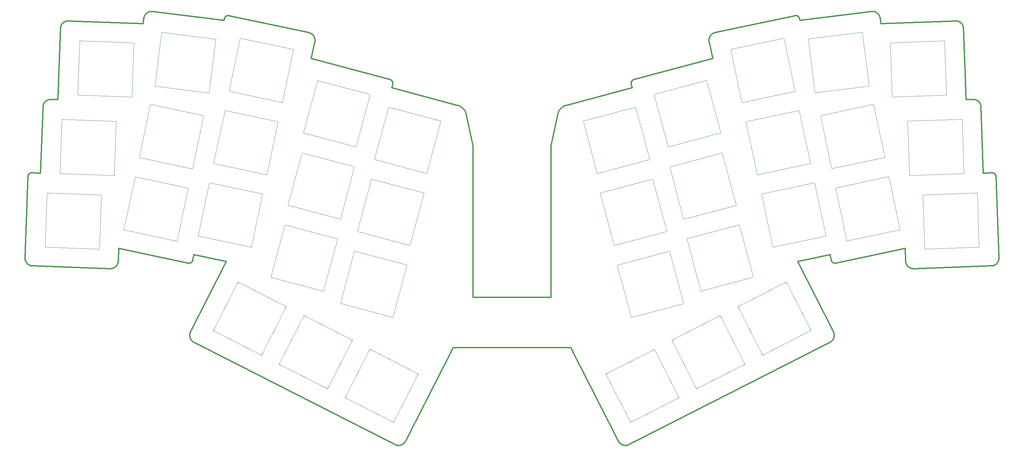
<source format=gto>
%TF.GenerationSoftware,KiCad,Pcbnew,(6.0.6)*%
%TF.CreationDate,2022-07-30T19:54:07+09:00*%
%TF.ProjectId,nowt36_top_plate,6e6f7774-3336-45f7-946f-705f706c6174,rev?*%
%TF.SameCoordinates,Original*%
%TF.FileFunction,Legend,Top*%
%TF.FilePolarity,Positive*%
%FSLAX46Y46*%
G04 Gerber Fmt 4.6, Leading zero omitted, Abs format (unit mm)*
G04 Created by KiCad (PCBNEW (6.0.6)) date 2022-07-30 19:54:07*
%MOMM*%
%LPD*%
G01*
G04 APERTURE LIST*
%TA.AperFunction,Profile*%
%ADD10C,0.349999*%
%TD*%
%TA.AperFunction,Profile*%
%ADD11C,0.120000*%
%TD*%
%ADD12C,0.350000*%
%ADD13C,2.200000*%
%ADD14C,4.300000*%
G04 APERTURE END LIST*
D10*
X231725116Y-33993476D02*
X231698161Y-33952779D01*
X34443311Y-98047982D02*
X34443311Y-98047982D01*
X231381600Y-33661253D02*
X231339574Y-33638053D01*
X282189087Y-74364459D02*
X282156413Y-74329296D01*
X56504308Y-96817078D02*
X56619009Y-93530003D01*
X74573737Y-97341395D02*
X74622764Y-97345614D01*
X32676057Y-96840127D02*
X32716838Y-96928823D01*
X43116816Y-34965076D02*
X43023111Y-34992477D01*
X281740706Y-97967544D02*
X281834611Y-97937295D01*
X278466334Y-56488066D02*
X278432453Y-56396511D01*
X33982693Y-74062248D02*
X33935715Y-74076345D01*
X282869975Y-97108798D02*
X282919131Y-97025888D01*
X277365101Y-55299160D02*
X277274570Y-55262777D01*
X106766270Y-38698897D02*
X106706475Y-38620279D01*
X63831356Y-32887059D02*
X63757163Y-32947929D01*
X106822347Y-38780734D02*
X106766270Y-38698897D01*
X281656130Y-74050443D02*
X281607395Y-74040969D01*
X33935715Y-74076345D02*
X33889713Y-74092659D01*
X231946127Y-34741396D02*
X231946127Y-34741396D01*
X106433034Y-38339988D02*
X106356841Y-38278964D01*
X62911741Y-35569906D02*
X43701223Y-34899060D01*
X33637830Y-74233739D02*
X33600478Y-74263886D01*
X43405264Y-34910611D02*
X43308058Y-34924081D01*
X42930907Y-35024397D02*
X42840368Y-35060775D01*
X273875105Y-36068436D02*
X273832491Y-35980669D01*
X278009069Y-55742852D02*
X277938207Y-55673415D01*
X63988054Y-32776246D02*
X63908366Y-32829795D01*
X281456763Y-74027190D02*
X281405294Y-74027680D01*
X188519844Y-51139539D02*
X188529052Y-51188061D01*
X126708547Y-50128505D02*
X126666448Y-50103697D01*
X56619009Y-93530003D02*
X74476041Y-97325631D01*
X239720296Y-95124176D02*
X240024496Y-96555397D01*
X185972710Y-143999883D02*
X186056876Y-144049890D01*
X84966117Y-33537519D02*
X84915641Y-33530739D01*
X33256028Y-74890189D02*
X33250399Y-74940802D01*
X170719309Y-57206315D02*
X170565305Y-57337723D01*
X260301739Y-98543597D02*
X260390446Y-98584370D01*
X75508086Y-96913882D02*
X75534728Y-96873017D01*
X55020000Y-98680000D02*
X55113695Y-98652592D01*
X240668953Y-115207669D02*
X240629723Y-115113666D01*
X129448191Y-144140040D02*
X129535397Y-144099693D01*
X188576253Y-50610808D02*
X188559390Y-50656882D01*
X274695547Y-55200585D02*
X274053976Y-36828042D01*
X240597126Y-116813485D02*
X240637489Y-116726282D01*
X105560796Y-37913728D02*
X85016721Y-33546943D01*
X74476041Y-97325631D02*
X74476041Y-97325631D01*
X41900691Y-35894960D02*
X41853815Y-35980598D01*
X188774969Y-52110541D02*
X188774969Y-52110541D01*
X208549603Y-39685414D02*
X208542973Y-39783850D01*
X74929389Y-116355782D02*
X74952859Y-116451727D01*
X55471812Y-98498393D02*
X55556345Y-98449012D01*
X277625036Y-55434430D02*
X277540500Y-55385049D01*
X33264127Y-74840400D02*
X33256028Y-74890189D01*
X278198471Y-55969138D02*
X278139274Y-55890875D01*
X64609077Y-32514634D02*
X64514567Y-32539110D01*
X210125768Y-37913732D02*
X210125768Y-37913732D01*
X32922664Y-97261958D02*
X32984486Y-97338998D01*
X64421755Y-32568067D02*
X64330780Y-32601396D01*
X147843305Y-67115948D02*
X147843305Y-67115948D01*
X106576314Y-38473096D02*
X106506241Y-38404732D01*
X37822416Y-55607543D02*
X37748197Y-55673382D01*
X209103006Y-38480330D02*
X209037901Y-38551176D01*
X32716838Y-96928823D02*
X32761951Y-97015521D01*
X231813019Y-34170613D02*
X231794179Y-34124273D01*
X259214603Y-97111531D02*
X259234834Y-97207557D01*
X282086254Y-74263867D02*
X282048899Y-74233723D01*
X75020234Y-115201363D02*
X74986706Y-115293890D01*
X85016721Y-33546943D02*
X84966117Y-33537519D01*
X185253851Y-143213601D02*
X185253851Y-143213601D01*
X240394349Y-117141396D02*
X240451133Y-117062891D01*
X142720945Y-119096680D02*
X142720945Y-119096680D01*
X84305051Y-33661269D02*
X84264198Y-33686436D01*
X34344278Y-98042069D02*
X34443311Y-98047982D01*
X147843305Y-106115944D02*
X147843305Y-106115944D01*
X170047664Y-57957488D02*
X169945318Y-58133381D01*
X186899990Y-144301336D02*
X186997631Y-144305597D01*
X126749340Y-50155308D02*
X126708547Y-50128505D01*
X209499166Y-44585329D02*
X209499166Y-44585329D01*
X260761932Y-98702889D02*
X260858137Y-98721064D01*
X240458013Y-97186203D02*
X240500272Y-97212181D01*
X241063880Y-97345664D02*
X241112908Y-97341443D01*
X106874301Y-38865247D02*
X106822347Y-38780734D01*
X42418483Y-35307352D02*
X42341431Y-35369170D01*
X106196076Y-38168478D02*
X106111798Y-38119217D01*
X278556355Y-56869174D02*
X278540822Y-56771987D01*
X252593904Y-34117494D02*
X252573860Y-34017623D01*
X230669912Y-33546938D02*
X230669912Y-33546938D01*
X281447393Y-98030465D02*
X281546976Y-98014259D01*
X273419149Y-35435104D02*
X273344940Y-35369264D01*
X105845134Y-37996567D02*
X105752124Y-37964397D01*
X259188309Y-96916141D02*
X259199070Y-97014338D01*
X241014848Y-97347465D02*
X241063880Y-97345664D01*
X129703879Y-144006491D02*
X129784817Y-143953746D01*
X145741252Y-58133401D02*
X145638908Y-57957507D01*
X240304188Y-97063181D02*
X240340130Y-97096580D01*
X106356841Y-38278964D02*
X106277806Y-38221761D01*
X277863993Y-55607574D02*
X277786948Y-55545754D01*
X126826720Y-50214684D02*
X126788754Y-50184053D01*
X240270005Y-97028143D02*
X240304188Y-97063181D01*
X261251302Y-98746087D02*
X281243398Y-98047928D01*
X74961140Y-97308301D02*
X75007745Y-97293614D01*
X208566450Y-40184637D02*
X208585302Y-40285848D01*
X188540701Y-51236277D02*
X188540701Y-51236277D01*
X128604809Y-144305663D02*
X128701693Y-144305475D01*
X126931227Y-50317363D02*
X126898027Y-50281394D01*
X56007408Y-98068055D02*
X56070564Y-97992573D01*
X43308058Y-34924081D02*
X43211853Y-34942256D01*
X64241783Y-32638988D02*
X64154902Y-32680734D01*
X105657296Y-37936750D02*
X105560796Y-37913728D01*
X147843305Y-106115944D02*
X147843305Y-67115948D01*
X209649953Y-38079244D02*
X209562723Y-38125339D01*
X127141779Y-50703593D02*
X127127230Y-50656857D01*
X169776558Y-58506696D02*
X169711133Y-58703086D01*
X273557057Y-35577078D02*
X273490010Y-35504539D01*
X208542973Y-39783850D02*
X208541246Y-39883140D01*
X239720296Y-95124176D02*
X239720296Y-95124176D01*
X42664954Y-35146655D02*
X42580410Y-35196033D01*
X283169122Y-96184089D02*
X283173297Y-96082316D01*
X273021467Y-35146743D02*
X272934771Y-35101633D01*
X188694254Y-50394287D02*
X188666456Y-50435108D01*
X107111527Y-39505547D02*
X107091413Y-39410079D01*
X33339398Y-74605947D02*
X33319924Y-74650703D01*
X282436390Y-74940764D02*
X282430757Y-74890150D01*
X56129758Y-97914312D02*
X56184918Y-97833431D01*
X281885824Y-74131696D02*
X281841966Y-74111130D01*
X240678879Y-97293671D02*
X240725487Y-97308357D01*
X75888060Y-117663564D02*
X75975309Y-117710778D01*
X37610280Y-55815357D02*
X37547117Y-55890838D01*
X144267714Y-56790298D02*
X144074401Y-56716275D01*
X127179872Y-50992995D02*
X127179439Y-50944132D01*
X189020171Y-50103722D02*
X188978071Y-50128530D01*
X209832636Y-37999600D02*
X209739956Y-38037282D01*
X277707241Y-55488019D02*
X277625036Y-55434430D01*
X281969962Y-74178879D02*
X281928511Y-74154299D01*
X208597940Y-39396712D02*
X208577183Y-39491696D01*
X240732900Y-116454836D02*
X240755963Y-116361639D01*
X84434342Y-33597765D02*
X84390198Y-33616885D01*
X55556345Y-98449012D02*
X55638547Y-98395424D01*
X37381692Y-56133323D02*
X37334818Y-56218960D01*
X250685329Y-32463729D02*
X250584432Y-32463303D01*
X41638224Y-36728999D02*
X41632307Y-36828038D01*
X189108014Y-50060309D02*
X189063509Y-50080964D01*
X33274631Y-74791496D02*
X33264127Y-74840400D01*
X38411871Y-55262770D02*
X38321335Y-55299149D01*
X128507695Y-144301115D02*
X128604809Y-144305663D01*
X63239321Y-33639988D02*
X63201005Y-33730903D01*
X188666456Y-50435108D02*
X188640600Y-50477438D01*
X240917126Y-97343872D02*
X240965901Y-97346863D01*
X55795293Y-98275870D02*
X55869505Y-98210030D01*
X130432806Y-143214081D02*
X142720945Y-119096680D01*
X231829643Y-34218243D02*
X231813019Y-34170613D01*
X277938207Y-55673415D02*
X277938207Y-55673415D01*
X282816987Y-97189107D02*
X282869975Y-97108798D01*
X282122114Y-74295745D02*
X282086254Y-74263867D01*
X75496284Y-117369682D02*
X75568326Y-117435717D01*
X54534847Y-98747087D02*
X54633548Y-98743204D01*
X63328466Y-33465804D02*
X63281854Y-33551585D01*
X187763215Y-144169087D02*
X187854317Y-144130907D01*
X250584432Y-32463303D02*
X250482679Y-32468015D01*
X83857010Y-34218245D02*
X83842674Y-34267115D01*
X169945318Y-58133381D02*
X169854784Y-58316622D01*
X279168050Y-74105774D02*
X278573034Y-57066399D01*
X32580330Y-96563709D02*
X32607741Y-96657404D01*
X130432806Y-143214081D02*
X130432806Y-143214081D01*
X260048273Y-98395527D02*
X260130487Y-98449113D01*
X37253911Y-56396476D02*
X37220026Y-56488032D01*
X252774862Y-35569906D02*
X252774862Y-35569906D01*
X126911642Y-52110541D02*
X127145910Y-51236250D01*
X74914215Y-115578310D02*
X74899463Y-115674807D01*
X282276708Y-74479020D02*
X282249300Y-74439382D01*
X189247823Y-50011504D02*
X189200241Y-50025525D01*
X129083545Y-144258454D02*
X129176742Y-144235407D01*
X63077596Y-34219328D02*
X63077596Y-34219328D01*
X75416598Y-97028099D02*
X75448971Y-96991496D01*
X143874708Y-56655278D02*
X143874708Y-56655278D01*
X231698161Y-33952779D02*
X231669364Y-33913615D01*
X283103198Y-96576868D02*
X283126820Y-96481081D01*
X240127245Y-96830910D02*
X240151876Y-96873052D01*
X186056876Y-144049890D02*
X186143593Y-144095818D01*
X75479483Y-96953399D02*
X75508086Y-96913882D01*
X74884160Y-115869274D02*
X74883637Y-115966891D01*
X63201005Y-33730903D02*
X63167047Y-33824220D01*
X208918429Y-38701535D02*
X208864257Y-38780752D01*
X84765730Y-33525786D02*
X84716513Y-33529102D01*
X282187671Y-97773397D02*
X282269689Y-97722346D01*
X107066653Y-39315652D02*
X107037279Y-39222441D01*
X282964335Y-96940506D02*
X283005464Y-96852784D01*
X186232725Y-144137552D02*
X186324139Y-144174977D01*
X33716762Y-74178889D02*
X33676613Y-74205387D01*
X33426940Y-97728616D02*
X33510280Y-97779665D01*
X75243139Y-117073292D02*
X75300941Y-117151957D01*
X63077596Y-34219328D02*
X62911741Y-35569906D01*
X157843305Y-119096680D02*
X172965673Y-119096680D01*
X74883637Y-115966891D02*
X74887884Y-116064526D01*
X240207120Y-96953439D02*
X240237633Y-96991538D01*
X145400758Y-57629829D02*
X145265938Y-57479077D01*
X208552888Y-40083682D02*
X208566450Y-40184637D01*
X240732104Y-115398364D02*
X240703062Y-115302625D01*
X64154902Y-32680734D02*
X64070280Y-32726523D01*
X188515176Y-50846923D02*
X188509990Y-50895429D01*
X187943807Y-144088082D02*
X187943807Y-144088082D01*
X56325449Y-97576691D02*
X56363732Y-97486950D01*
X75662107Y-96555382D02*
X75662107Y-96555382D01*
X240104675Y-96787568D02*
X240127245Y-96830910D01*
X42341431Y-35369170D02*
X42267210Y-35435010D01*
X273734571Y-35811698D02*
X273679411Y-35730819D01*
X75007745Y-97293614D02*
X75053655Y-97276637D01*
X209243474Y-38348056D02*
X209171563Y-38412574D01*
X83740491Y-34741396D02*
X83740491Y-34741396D01*
X32525830Y-96275287D02*
X32539312Y-96372485D01*
X37220026Y-56488032D02*
X37190618Y-56581239D01*
X281557878Y-74033895D02*
X281507646Y-74029281D01*
X240587836Y-97257443D02*
X240632967Y-97276694D01*
X84332952Y-96902565D02*
X75101255Y-115020791D01*
X32514234Y-95979348D02*
X32513229Y-96078552D01*
X167843313Y-67115948D02*
X167843313Y-106115944D01*
X127173548Y-51090773D02*
X127177912Y-51041905D01*
X74933682Y-115482541D02*
X74914215Y-115578310D01*
X259616196Y-97992676D02*
X259679361Y-98068160D01*
X188522721Y-50798727D02*
X188515176Y-50846923D01*
X37119228Y-56967342D02*
X37113309Y-57066378D01*
X42006918Y-35730734D02*
X41951750Y-35811618D01*
X240024496Y-96555397D02*
X240024496Y-96555397D01*
X37487915Y-55969101D02*
X37432749Y-56049983D01*
X74910746Y-116259149D02*
X74929389Y-116355782D01*
X240803244Y-115882889D02*
X240798709Y-115785770D01*
X240637489Y-116726282D02*
X240673608Y-116637327D01*
X189063509Y-50080964D02*
X189020171Y-50103722D01*
X127157558Y-51188034D02*
X127166767Y-51139512D01*
X240552576Y-116898767D02*
X240597126Y-116813485D01*
X276897448Y-55162433D02*
X276800249Y-55148956D01*
X75101255Y-115020791D02*
X75058422Y-115110271D01*
X129620683Y-144055159D02*
X129703879Y-144006491D01*
X75051563Y-116731783D02*
X75093281Y-116820918D01*
X241112908Y-97341443D02*
X241161846Y-97334786D01*
X277786948Y-55545754D02*
X277707241Y-55488019D01*
X127742773Y-144087632D02*
X127835645Y-144132047D01*
X64514567Y-32539110D02*
X64421755Y-32568067D01*
X126962697Y-50355004D02*
X126931227Y-50317363D01*
X128313452Y-144277590D02*
X128410520Y-144291776D01*
X33683686Y-97869143D02*
X33773429Y-97907424D01*
X42267210Y-35435010D02*
X42196341Y-35504446D01*
X208585302Y-40285848D02*
X209499166Y-44585329D01*
X282249300Y-74439382D02*
X282220071Y-74401175D01*
X251264865Y-32568057D02*
X251172052Y-32539100D01*
X41853815Y-35980598D02*
X41811196Y-36068372D01*
X239888834Y-117608739D02*
X239972240Y-117551964D01*
X33958188Y-97970704D02*
X34052882Y-97995555D01*
X64070280Y-32726523D02*
X63988054Y-32776246D01*
X83961541Y-33993484D02*
X83936503Y-34035663D01*
X129863327Y-143896978D02*
X129939241Y-143836241D01*
X32811335Y-97100053D02*
X32864927Y-97182254D01*
X41632307Y-36828038D02*
X40991056Y-55200585D01*
X33302595Y-74696587D02*
X33287475Y-74743538D01*
X75014153Y-116640367D02*
X75051563Y-116731783D01*
X32517115Y-96177254D02*
X32525830Y-96275287D01*
X282269689Y-97722346D02*
X282348967Y-97667524D01*
X231066985Y-33542881D02*
X231018844Y-33534808D01*
X42840368Y-35060775D02*
X42751662Y-35101549D01*
X281797003Y-74092661D02*
X281751000Y-74076349D01*
X127929639Y-144171287D02*
X128024586Y-144205407D01*
X126666448Y-50103697D02*
X126623111Y-50080938D01*
X259817281Y-98210137D02*
X259891505Y-98275977D01*
X240151876Y-96873052D02*
X240178518Y-96913919D01*
X127069755Y-50520973D02*
X127046026Y-50477414D01*
X84390198Y-33616885D02*
X84347076Y-33638069D01*
X54828776Y-98721012D02*
X54924972Y-98702828D01*
X32639671Y-96749599D02*
X32676057Y-96840127D01*
X74913927Y-97320680D02*
X74961140Y-97308301D01*
X272281243Y-34910644D02*
X272183212Y-34901932D01*
X186417699Y-144207978D02*
X186417699Y-144207978D01*
X75966322Y-95124176D02*
X75966322Y-95124176D01*
X41739021Y-36249677D02*
X41709613Y-36342887D01*
X274053976Y-36828042D02*
X274048056Y-36729012D01*
X231537241Y-33773243D02*
X231500350Y-33742464D01*
X74887884Y-116064526D02*
X74896916Y-116162005D01*
X33864984Y-97941302D02*
X33958188Y-97970704D01*
X271985311Y-34899058D02*
X271985311Y-34899058D01*
X240820440Y-97330793D02*
X240868610Y-97338510D01*
X33889713Y-74092659D02*
X33844752Y-74111131D01*
X145975427Y-58703107D02*
X145910005Y-58506717D01*
X272663354Y-34992544D02*
X272569661Y-34965136D01*
X231750154Y-34035656D02*
X231725116Y-33993476D01*
X276800249Y-55148956D02*
X276702215Y-55140246D01*
X41664522Y-36533611D02*
X41648987Y-36630802D01*
X128410520Y-144291776D02*
X128507695Y-144301115D01*
X37334818Y-56218960D02*
X37292200Y-56306731D01*
X84047857Y-33876042D02*
X84017293Y-33913625D01*
X273679411Y-35730819D02*
X273620215Y-35652558D01*
X208652905Y-39211242D02*
X208623213Y-39303178D01*
X282399297Y-74743501D02*
X282384174Y-74696550D01*
X187192678Y-144299818D02*
X187289731Y-144289807D01*
X63552889Y-33151083D02*
X63491367Y-33225284D01*
X240128083Y-117427751D02*
X240200410Y-117360649D01*
X185528846Y-143620652D02*
X185594871Y-143692709D01*
X189153614Y-50041811D02*
X189108014Y-50060309D01*
X128989272Y-144277040D02*
X129083545Y-144258454D01*
X240756135Y-115494717D02*
X240732104Y-115398364D01*
X126438802Y-50011477D02*
X126438802Y-50011477D01*
X240585317Y-115020783D02*
X240585317Y-115020783D01*
X63908366Y-32829795D02*
X63831356Y-32887059D01*
X84716513Y-33529102D02*
X84667797Y-33534821D01*
X106706475Y-38620279D02*
X106643107Y-38544978D01*
X240632967Y-97276694D02*
X240678879Y-97293671D01*
X170565305Y-57337723D02*
X170420644Y-57479061D01*
X186997631Y-144305597D02*
X187095252Y-144305086D01*
X167843313Y-106115944D02*
X167843313Y-106115944D01*
X272846076Y-35060855D02*
X272755548Y-35024471D01*
X32514234Y-95979348D02*
X32514234Y-95979348D01*
X37292200Y-56306731D02*
X37253911Y-56396476D01*
X259361272Y-97576773D02*
X259403892Y-97664547D01*
X185594871Y-143692709D02*
X185664257Y-143761379D01*
X107144883Y-39894345D02*
X107143674Y-39796456D01*
X240543576Y-97235933D02*
X240587836Y-97257443D01*
X65001286Y-32463734D02*
X64901388Y-32469190D01*
X83913456Y-34079277D02*
X83892475Y-34124277D01*
X171053373Y-56975351D02*
X170882163Y-57085352D01*
X240237633Y-96991538D02*
X240270005Y-97028143D01*
X282325805Y-74562345D02*
X282302232Y-74520028D01*
X240377782Y-97128265D02*
X240417093Y-97158164D01*
X147843305Y-67115948D02*
X146027555Y-58905297D01*
X261251302Y-98746087D02*
X261251302Y-98746087D01*
X260858137Y-98721064D02*
X260955343Y-98734534D01*
X107137690Y-39698910D02*
X107126964Y-39601882D01*
X56504308Y-96817078D02*
X56504308Y-96817078D01*
X43602012Y-34898039D02*
X43503304Y-34901910D01*
X188755391Y-50317388D02*
X188723922Y-50355029D01*
X259199070Y-97014338D02*
X259214603Y-97111531D01*
X282439489Y-74992142D02*
X282436390Y-74940764D01*
X187576886Y-144231452D02*
X187670679Y-144202607D01*
X63112766Y-34017625D02*
X63092722Y-34117494D01*
X278567117Y-56967365D02*
X278556355Y-56869174D01*
X240200410Y-117360649D02*
X240268932Y-117290444D01*
X38061386Y-55434407D02*
X37979177Y-55487993D01*
X273832491Y-35980669D02*
X273785622Y-35895036D01*
X54435644Y-98746079D02*
X54435644Y-98746079D01*
X107037279Y-39222441D02*
X107003325Y-39130621D01*
X42580410Y-35196033D02*
X42498198Y-35249619D01*
X239972240Y-117551964D02*
X240052009Y-117491579D01*
X37190618Y-56581239D02*
X37165761Y-56675935D01*
X130383746Y-143304587D02*
X130432806Y-143214081D01*
X252195258Y-33225274D02*
X252133736Y-33151073D01*
X107143674Y-39796456D02*
X107137690Y-39698910D01*
X39082951Y-55136397D02*
X38984246Y-55140271D01*
X171418885Y-56790297D02*
X171232445Y-56876827D01*
X252068835Y-33080040D02*
X252000697Y-33012285D01*
X252133736Y-33151073D02*
X252068835Y-33080040D01*
X259817281Y-98210137D02*
X259817281Y-98210137D01*
X65203933Y-32468017D02*
X65102181Y-32463306D01*
X276504308Y-55137377D02*
X276504308Y-55137377D01*
X105752124Y-37964397D02*
X105657296Y-37936750D01*
X126533009Y-50041785D02*
X126486383Y-50025498D01*
X83830701Y-34317178D02*
X83740491Y-34741396D01*
X84264198Y-33686436D02*
X84224591Y-33713522D01*
X208623213Y-39303178D02*
X208597940Y-39396712D01*
X83892475Y-34124277D02*
X83873635Y-34170616D01*
X171811895Y-56655283D02*
X171612200Y-56716277D01*
X188774969Y-52110541D02*
X171811895Y-56655283D01*
X34443311Y-98047982D02*
X54435644Y-98746079D01*
X240798709Y-115785770D02*
X240789383Y-115688589D01*
X240775210Y-115591515D02*
X240756135Y-115494717D01*
X33192310Y-97551109D02*
X33267793Y-97614264D01*
X240451133Y-117062891D02*
X240503893Y-116981959D01*
X74720738Y-97346810D02*
X74769511Y-97343819D01*
X56184918Y-97833431D02*
X56235968Y-97750093D01*
X33119768Y-97484066D02*
X33192310Y-97551109D01*
X186705361Y-144278445D02*
X186802508Y-144292290D01*
X231353658Y-96902565D02*
X239720296Y-95124176D01*
X260215031Y-98498491D02*
X260301739Y-98543597D01*
X75803622Y-117612317D02*
X75888060Y-117663564D01*
X65102181Y-32463306D02*
X65001286Y-32463734D01*
X252573860Y-34017623D02*
X252549038Y-33919828D01*
X208544519Y-39983134D02*
X208552888Y-40083682D01*
X259182394Y-96817101D02*
X259188309Y-96916141D01*
X283126820Y-96481081D02*
X283145762Y-96383602D01*
X231018844Y-33534808D02*
X230970126Y-33529090D01*
X33510280Y-97779665D02*
X33595916Y-97826532D01*
X188859896Y-50214709D02*
X188823449Y-50247174D01*
X240705431Y-116546789D02*
X240732900Y-116454836D01*
X252549038Y-33919828D02*
X252519578Y-33824216D01*
X34281416Y-74027649D02*
X34229947Y-74027163D01*
X84865368Y-33526556D02*
X84815373Y-33524921D01*
X145525246Y-57789478D02*
X145400758Y-57629829D01*
X33050329Y-97413208D02*
X33119768Y-97484066D01*
X127163895Y-50798701D02*
X127154005Y-50750904D01*
X41648987Y-36630802D02*
X41638224Y-36728999D01*
X75189184Y-116991807D02*
X75243139Y-117073292D01*
X56397611Y-97395397D02*
X56427015Y-97302194D01*
X33410042Y-74479050D02*
X33384522Y-74520060D01*
X75559359Y-96830878D02*
X75581930Y-96787538D01*
X283159903Y-96284561D02*
X283169122Y-96184089D01*
X231794179Y-34124273D02*
X231773200Y-34079271D01*
X34246088Y-98031311D02*
X34344278Y-98042069D01*
X209037901Y-38551176D02*
X208976343Y-38624960D01*
X259679361Y-98068160D02*
X259746414Y-98140700D01*
X282700001Y-97341402D02*
X282760288Y-97266685D01*
X188513064Y-51090800D02*
X188519844Y-51139539D01*
X74986706Y-115293890D02*
X74957850Y-115387675D01*
X281644787Y-97993241D02*
X281740706Y-97967544D01*
X83830701Y-34317178D02*
X83830701Y-34317178D01*
X75966322Y-95124176D02*
X84332952Y-96902565D01*
X185891231Y-143945914D02*
X185972710Y-143999883D01*
X126623111Y-50080938D02*
X126578608Y-50060283D01*
X230770994Y-33530731D02*
X230720517Y-33537512D01*
X251355841Y-32601386D02*
X251264865Y-32568057D01*
X55296418Y-98584281D02*
X55385114Y-98543503D01*
X252253263Y-33302535D02*
X252195258Y-33225274D01*
X128798177Y-144300605D02*
X128894093Y-144291108D01*
X43211853Y-34942256D02*
X43116816Y-34965076D01*
X281243398Y-98047928D02*
X281243398Y-98047928D01*
X281405294Y-74027680D02*
X279168050Y-74105774D01*
X75643640Y-117498258D02*
X75722110Y-117557170D01*
X278351555Y-56218996D02*
X278304685Y-56133360D01*
X231422454Y-33686421D02*
X231381600Y-33661253D01*
X170285822Y-57629812D02*
X170161330Y-57789459D01*
X281834611Y-97937295D02*
X281926382Y-97902627D01*
X39182157Y-55137415D02*
X39182157Y-55137415D01*
X251172052Y-32539100D02*
X251077542Y-32514625D01*
X188532612Y-50750930D02*
X188522721Y-50798727D01*
X251698569Y-32776235D02*
X251616343Y-32726511D01*
X278394168Y-56306767D02*
X278351555Y-56218996D01*
X106822347Y-38780734D02*
X106822347Y-38780734D01*
X63281854Y-33551585D02*
X63239321Y-33639988D01*
X37129992Y-56869148D02*
X37119228Y-56967342D01*
X84815373Y-33524921D02*
X84765730Y-33525786D01*
X167843313Y-67115948D02*
X167843313Y-67115948D01*
X188506740Y-50993021D02*
X188508700Y-51041931D01*
X277088676Y-55203443D02*
X276993646Y-55180616D01*
X75568326Y-117435717D02*
X75643640Y-117498258D01*
X170420644Y-57479061D02*
X170285822Y-57629812D01*
X84525402Y-33565911D02*
X84479435Y-33580758D01*
X277540500Y-55385049D02*
X277453800Y-55339938D01*
X208686918Y-39121053D02*
X208652905Y-39211242D01*
X34281416Y-74027649D02*
X34281416Y-74027649D01*
X240500272Y-97212181D02*
X240543576Y-97235933D01*
X33530324Y-74329319D02*
X33497653Y-74364485D01*
X281751000Y-74076349D02*
X281704020Y-74062257D01*
X33676613Y-74205387D02*
X33637830Y-74233739D01*
X260390446Y-98584370D02*
X260480985Y-98620748D01*
X33360952Y-74562379D02*
X33339398Y-74605947D01*
X251855268Y-32887047D02*
X251778257Y-32829783D01*
X209396971Y-38229327D02*
X209318642Y-38286924D01*
X251616343Y-32726511D02*
X251531720Y-32680722D01*
X129176742Y-144235407D02*
X129268695Y-144207952D01*
X146027555Y-58905297D02*
X146027555Y-58905297D01*
X126788754Y-50184053D02*
X126749340Y-50155308D01*
X276702215Y-55140246D02*
X276603513Y-55136366D01*
X260130487Y-98449113D02*
X260215031Y-98498491D01*
X281704020Y-74062257D02*
X281656130Y-74050443D01*
X279168050Y-74105774D02*
X279168050Y-74105774D01*
X188595417Y-50565484D02*
X188576253Y-50610808D01*
X127110368Y-50610783D02*
X127091206Y-50565459D01*
X230669912Y-33546938D02*
X210125768Y-37913732D01*
X231353658Y-96902565D02*
X231353658Y-96902565D01*
X208577183Y-39491696D02*
X208561038Y-39587979D01*
X209562723Y-38125339D02*
X209478363Y-38175416D01*
X106506241Y-38404732D02*
X106433034Y-38339988D01*
X273785622Y-35895036D02*
X273734571Y-35811698D01*
X282156413Y-74329296D02*
X282122114Y-74295745D01*
X272474634Y-34942308D02*
X272378439Y-34924124D01*
X230871264Y-33524911D02*
X230821268Y-33526547D01*
X74818025Y-97338456D02*
X74866192Y-97330738D01*
X56498391Y-96916110D02*
X56504308Y-96817078D01*
X33497653Y-74364485D02*
X33466672Y-74401202D01*
X278432453Y-56396511D02*
X278394168Y-56306767D01*
X144967280Y-57206327D02*
X144804429Y-57085361D01*
X240798157Y-116076265D02*
X240803041Y-115979777D01*
X240585317Y-115020783D02*
X231353658Y-96902565D01*
X187482012Y-144255610D02*
X187576886Y-144231452D01*
X186143593Y-144095818D02*
X186232725Y-144137552D01*
X74957850Y-115387675D02*
X74933682Y-115482541D01*
X240868610Y-97338510D02*
X240917126Y-97343872D01*
X55385114Y-98543503D02*
X55471812Y-98498393D01*
X33564621Y-74295766D02*
X33530324Y-74329319D01*
X187386235Y-144275067D02*
X187482012Y-144255610D01*
X240417093Y-97158164D02*
X240458013Y-97186203D01*
X281507646Y-74029281D02*
X281456763Y-74027190D01*
X39182157Y-55137415D02*
X39082951Y-55136397D01*
X74769511Y-97343819D02*
X74818025Y-97338456D01*
X261152092Y-98747107D02*
X261251302Y-98746087D01*
X157843305Y-106115944D02*
X147843305Y-106115944D01*
X37145528Y-56771959D02*
X37129992Y-56869148D01*
X271985311Y-34899058D02*
X252774862Y-35569906D01*
X250380209Y-32477975D02*
X231946127Y-34741396D01*
X252609029Y-34219329D02*
X252593904Y-34117494D01*
X208585302Y-40285848D02*
X208585302Y-40285848D01*
X282366841Y-74650667D02*
X282347363Y-74605912D01*
X143874708Y-56655278D02*
X126911642Y-52110541D01*
X186324139Y-144174977D02*
X186417699Y-144207978D01*
X167843313Y-106115944D02*
X157843305Y-106115944D01*
X240178518Y-96913919D02*
X240207120Y-96953439D01*
X186417699Y-144207978D02*
X186512780Y-144236303D01*
X83873635Y-34170616D02*
X83857010Y-34218245D01*
X83740491Y-34741396D02*
X65306402Y-32477975D01*
X282103032Y-97820548D02*
X282187671Y-97773397D01*
X84667797Y-33534821D02*
X84619657Y-33542895D01*
X32513229Y-96078552D02*
X32517115Y-96177254D01*
X282569143Y-97481734D02*
X282636245Y-97413128D01*
X38232632Y-55339923D02*
X38145927Y-55385030D01*
X106187437Y-44585329D02*
X107101324Y-40285851D01*
X75300941Y-117151957D02*
X75362476Y-117227666D01*
X84572167Y-33553274D02*
X84525402Y-33565911D01*
X42751662Y-35101549D02*
X42664954Y-35146655D01*
X38886210Y-55148975D02*
X38789008Y-55162447D01*
X64802627Y-32479564D02*
X64705143Y-32494749D01*
X259968557Y-98337794D02*
X260048273Y-98395527D01*
X84915641Y-33530739D02*
X84865368Y-33526556D01*
X259501826Y-97833528D02*
X259556993Y-97914412D01*
X126898027Y-50281394D02*
X126863168Y-50247149D01*
X240703062Y-115302625D02*
X240668953Y-115207669D01*
X75101255Y-115020791D02*
X75101255Y-115020791D01*
X278540822Y-56771987D02*
X278520592Y-56675966D01*
X127176624Y-50895403D02*
X127171439Y-50846897D01*
X272934771Y-35101633D02*
X272846076Y-35060855D01*
X252485621Y-33730898D02*
X252447305Y-33639982D01*
X187289731Y-144289807D02*
X187386235Y-144275067D01*
X240965901Y-97346863D02*
X241014848Y-97347465D01*
X260480985Y-98620748D02*
X260573190Y-98652668D01*
X107141285Y-39992404D02*
X107144883Y-39894345D01*
X63433362Y-33302544D02*
X63379015Y-33382754D01*
X281841966Y-74111130D02*
X281797003Y-74092661D01*
X187943807Y-144088082D02*
X239711324Y-117710778D01*
X241161846Y-97334786D02*
X241210607Y-97325676D01*
X84332952Y-96902565D02*
X84332952Y-96902565D01*
X127020167Y-50435083D02*
X126992367Y-50394262D01*
X75602389Y-96743071D02*
X75620686Y-96697548D01*
X56235968Y-97750093D02*
X56282836Y-97664460D01*
X282919131Y-97025888D02*
X282964335Y-96940506D01*
X259067602Y-93530003D02*
X259182394Y-96817101D01*
X106025118Y-38074078D02*
X105936181Y-38033161D01*
X84017293Y-33913625D02*
X83988495Y-33952789D01*
X40991056Y-55200585D02*
X39182157Y-55137415D01*
X170161330Y-57789459D02*
X170047664Y-57957488D01*
X274037292Y-36630824D02*
X274021758Y-36533641D01*
X208541246Y-39883140D02*
X208544519Y-39983134D01*
X231500350Y-33742464D02*
X231462062Y-33713507D01*
X127177912Y-51041905D02*
X127179872Y-50992995D01*
X231843977Y-34267114D02*
X231829643Y-34218243D01*
X33844752Y-74111131D02*
X33800896Y-74131701D01*
X107132847Y-40090458D02*
X107141285Y-39992404D01*
X231161243Y-33565896D02*
X231114476Y-33553260D01*
X208725157Y-39032761D02*
X208686918Y-39121053D01*
X171811895Y-56655283D02*
X171811895Y-56655283D01*
X274001527Y-36437623D02*
X273976673Y-36342932D01*
X260666895Y-98680069D02*
X260761932Y-98702889D01*
X187854317Y-144130907D02*
X187943807Y-144088082D01*
X38145927Y-55385030D02*
X38061386Y-55434407D01*
X42066121Y-35652470D02*
X42006918Y-35730734D01*
X75382416Y-97063135D02*
X75416598Y-97028099D01*
X75186341Y-97212126D02*
X75228597Y-97186150D01*
X188544839Y-50703618D02*
X188532612Y-50750930D01*
X209318642Y-38286924D02*
X209243474Y-38348056D01*
X169711133Y-58703086D02*
X169659002Y-58905276D01*
X127046026Y-50477414D02*
X127020167Y-50435083D01*
X74622764Y-97345614D02*
X74671793Y-97347414D01*
X208767524Y-38946514D02*
X208725157Y-39032761D01*
X272569661Y-34965136D02*
X272474634Y-34942308D01*
X157843305Y-119096680D02*
X157843305Y-119096680D01*
X282430757Y-74890150D02*
X282422654Y-74840361D01*
X106277806Y-38221761D02*
X106196076Y-38168478D01*
X55869505Y-98210030D02*
X55940363Y-98140594D01*
X126992367Y-50394262D02*
X126962697Y-50355004D01*
X186802508Y-144292290D02*
X186899990Y-144301336D01*
X273490010Y-35504539D02*
X273419149Y-35435104D01*
X231946127Y-34741396D02*
X231855947Y-34317179D01*
X277182373Y-55230850D02*
X277088676Y-55203443D01*
X259746414Y-98140700D02*
X259817281Y-98210137D01*
X274048056Y-36729012D02*
X274037292Y-36630824D01*
X127145910Y-51236250D02*
X127145910Y-51236250D01*
X129268695Y-144207952D02*
X129359234Y-144176145D01*
X43023111Y-34992477D02*
X42930907Y-35024397D01*
X34079317Y-74040953D02*
X34030582Y-74050431D01*
X281405294Y-74027680D02*
X281405294Y-74027680D01*
X42267210Y-35435010D02*
X42267210Y-35435010D01*
X272183212Y-34901932D02*
X272084513Y-34898049D01*
X273105998Y-35196124D02*
X273021467Y-35146743D01*
X56487630Y-97014298D02*
X56498391Y-96916110D01*
X63092722Y-34117494D02*
X63077596Y-34219328D01*
X55113695Y-98652592D02*
X55205889Y-98620665D01*
X185736869Y-143826546D02*
X185812572Y-143888096D01*
X32539312Y-96372485D02*
X32557500Y-96468681D01*
X62911741Y-35569906D02*
X62911741Y-35569906D01*
X272755548Y-35024471D02*
X272663354Y-34992544D01*
X37432749Y-56049983D02*
X37381692Y-56133323D01*
X210125768Y-37913732D02*
X210025639Y-37937676D01*
X75139194Y-116907637D02*
X75189184Y-116991807D01*
X208976343Y-38624960D02*
X208918429Y-38701535D01*
X188823449Y-50247174D02*
X188788590Y-50281419D01*
X172965673Y-119096680D02*
X172965673Y-119096680D01*
X283042399Y-96762850D02*
X283075017Y-96670835D01*
X252519578Y-33824216D02*
X252485621Y-33730898D01*
X231114476Y-33553260D02*
X231066985Y-33542881D01*
X63379015Y-33382754D02*
X63328466Y-33465804D01*
X241210607Y-97325676D02*
X241210607Y-97325676D01*
X278495738Y-56581272D02*
X278466334Y-56488066D01*
X273947269Y-36249729D02*
X273913388Y-36158177D01*
X278304685Y-56133360D02*
X278253632Y-56050020D01*
X169659002Y-58905276D02*
X169659002Y-58905276D01*
X106921804Y-38951849D02*
X106874301Y-38865247D01*
X259891505Y-98275977D02*
X259968557Y-98337794D01*
X273267901Y-35307446D02*
X273188198Y-35249712D01*
X36518552Y-74105774D02*
X36518552Y-74105774D01*
X188540701Y-51236277D02*
X188774969Y-52110541D01*
X75975309Y-117710778D02*
X127742773Y-144087632D01*
X188616870Y-50520998D02*
X188595417Y-50565484D01*
X83988495Y-33952789D02*
X83961541Y-33993484D01*
X274053976Y-36828042D02*
X274053976Y-36828042D01*
X75269515Y-97158112D02*
X75308824Y-97128215D01*
X65306402Y-32477975D02*
X65306402Y-32477975D01*
X106111798Y-38119217D02*
X106025118Y-38074078D01*
X240458013Y-97186203D02*
X240458013Y-97186203D01*
X240065919Y-96697572D02*
X240084216Y-96743097D01*
X252000697Y-33012285D02*
X251929461Y-32947918D01*
X75448971Y-96991496D02*
X75479483Y-96953399D01*
X33773429Y-97907424D02*
X33864984Y-97941302D01*
X240333597Y-117217303D02*
X240394349Y-117141396D01*
X240755963Y-116361639D02*
X240774563Y-116267365D01*
X240503893Y-116981959D02*
X240552576Y-116898767D01*
X169854784Y-58316622D02*
X169776558Y-58506696D01*
X55205889Y-98620665D02*
X55296418Y-98584281D01*
X239801843Y-117661733D02*
X239888834Y-117608739D01*
X75534728Y-96873017D02*
X75559359Y-96830878D01*
X185301049Y-143300863D02*
X185352282Y-143385314D01*
X75346475Y-97096532D02*
X75382416Y-97063135D01*
X240629723Y-115113666D02*
X240585317Y-115020783D01*
X41709613Y-36342887D02*
X41684755Y-36437585D01*
X252447305Y-33639982D02*
X252404771Y-33551578D01*
X209927896Y-37966349D02*
X209832636Y-37999600D01*
X259556993Y-97914412D02*
X259616196Y-97992676D01*
X283075017Y-96670835D02*
X283103198Y-96576868D01*
X37165761Y-56675935D02*
X37145528Y-56771959D01*
X75362476Y-117227666D02*
X75427629Y-117300286D01*
X84186305Y-33742478D02*
X84149414Y-33773257D01*
X250785228Y-32469184D02*
X250685329Y-32463729D01*
X33758211Y-74154307D02*
X33716762Y-74178889D01*
X75308824Y-97128215D02*
X75346475Y-97096532D01*
X231606541Y-33840075D02*
X231572663Y-33805796D01*
X188529052Y-51188061D02*
X188540701Y-51236277D01*
X107003325Y-39130621D02*
X106964823Y-39040365D01*
X282439489Y-74992142D02*
X282439489Y-74992142D01*
X185664257Y-143761379D02*
X185736869Y-143826546D01*
X282302232Y-74520028D02*
X282276708Y-74479020D01*
X54435644Y-98746079D02*
X54534847Y-98747087D01*
X169659002Y-58905276D02*
X167843313Y-67115948D01*
X283173297Y-96082316D02*
X283172308Y-95979371D01*
X146027555Y-58905297D02*
X145975427Y-58703107D01*
X75620686Y-96697548D02*
X75636772Y-96651043D01*
X250380209Y-32477975D02*
X250380209Y-32477975D01*
X74866192Y-97330738D02*
X74913927Y-97320680D01*
X189200241Y-50025525D02*
X189153614Y-50041811D01*
X83842674Y-34267115D02*
X83830701Y-34317178D01*
X208813924Y-38862461D02*
X208767524Y-38946514D01*
X127091206Y-50565459D02*
X127069755Y-50520973D01*
X42196341Y-35504446D02*
X42129287Y-35576987D01*
X259289098Y-97395466D02*
X259322983Y-97487026D01*
X251531720Y-32680722D02*
X251444839Y-32638977D01*
X250883990Y-32479558D02*
X250785228Y-32469184D01*
X240036008Y-96603649D02*
X240049833Y-96651064D01*
X145265938Y-57479077D02*
X145121281Y-57337737D01*
X127145910Y-51236250D02*
X127157558Y-51188034D01*
X37677331Y-55742818D02*
X37610280Y-55815357D01*
X281346160Y-98041732D02*
X281447393Y-98030465D01*
X38984246Y-55140271D02*
X38886210Y-55148975D01*
X33287475Y-74743538D02*
X33274631Y-74791496D01*
X240673608Y-116637327D02*
X240705431Y-116546789D01*
X145831782Y-58316643D02*
X145741252Y-58133401D01*
X37979177Y-55487993D02*
X37899465Y-55545726D01*
X188559390Y-50656882D02*
X188544839Y-50703618D01*
X144804429Y-57085361D02*
X144633222Y-56975358D01*
X273620215Y-35652558D02*
X273557057Y-35577078D01*
X283005464Y-96852784D02*
X283042399Y-96762850D01*
X240084216Y-96743097D02*
X240104675Y-96787568D01*
X63491367Y-33225284D02*
X63433362Y-33302544D01*
X84113993Y-33805809D02*
X84080116Y-33840087D01*
X63167047Y-33824220D02*
X63137588Y-33919831D01*
X34148902Y-98015781D02*
X34246088Y-98031311D01*
X75662107Y-96555382D02*
X75966322Y-95124176D01*
X38504072Y-55230848D02*
X38411871Y-55262770D01*
X127166767Y-51139512D02*
X127173548Y-51090773D01*
X282384174Y-74696550D02*
X282366841Y-74650667D01*
X276603513Y-55136366D02*
X276504308Y-55137377D01*
X230970126Y-33529090D02*
X230920908Y-33525775D01*
X129939241Y-143836241D02*
X130012390Y-143771591D01*
X189247823Y-50011504D02*
X189247823Y-50011504D01*
X38597773Y-55203445D02*
X38504072Y-55230848D01*
X75581930Y-96787538D02*
X75602389Y-96743071D01*
X105560796Y-37913728D02*
X105560796Y-37913728D01*
X278253632Y-56050020D02*
X278198471Y-55969138D01*
X55940363Y-98140594D02*
X56007408Y-98068055D01*
X127171439Y-50846897D02*
X127163895Y-50798701D01*
X171612200Y-56716277D02*
X171418885Y-56790297D01*
X240024496Y-96555397D02*
X240036008Y-96603649D01*
X230720517Y-33537512D02*
X230669912Y-33546938D01*
X260955343Y-98734534D02*
X261053383Y-98743236D01*
X276504308Y-55137377D02*
X274695547Y-55200585D01*
X126578608Y-50060283D02*
X126533009Y-50041785D01*
X54924972Y-98702828D02*
X55020000Y-98680000D01*
X188507175Y-50944158D02*
X188506740Y-50993021D01*
X170882163Y-57085352D02*
X170719309Y-57206315D01*
X107119537Y-40188331D02*
X107132847Y-40090458D01*
X282347363Y-74605912D02*
X282325805Y-74562345D01*
X259067602Y-93530003D02*
X259067602Y-93530003D01*
X185253851Y-143213601D02*
X185301049Y-143300863D01*
X128894093Y-144291108D02*
X128989272Y-144277040D01*
X282422654Y-74840361D02*
X282412145Y-74791458D01*
X37748197Y-55673382D02*
X37677331Y-55742818D01*
X74671793Y-97347414D02*
X74720738Y-97346810D01*
X32607741Y-96657404D02*
X32639671Y-96749599D01*
X209171563Y-38412574D02*
X209103006Y-38480330D01*
X240049833Y-96651064D02*
X240065919Y-96697572D01*
X33267793Y-97614264D02*
X33346057Y-97673457D01*
X172965673Y-119096680D02*
X185253851Y-143213601D01*
X75975309Y-117710778D02*
X75975309Y-117710778D01*
X252404771Y-33551578D02*
X252358160Y-33465797D01*
X283145762Y-96383602D02*
X283159903Y-96284561D01*
X127154005Y-50750904D02*
X127141779Y-50703593D01*
X278573034Y-57066399D02*
X278567117Y-56967365D01*
X231252305Y-33597750D02*
X231207211Y-33580742D01*
X208561038Y-39587979D02*
X208549603Y-39685414D01*
X127127230Y-50656857D02*
X127110368Y-50610783D01*
X239711324Y-117710778D02*
X239801843Y-117661733D01*
X37899465Y-55545726D02*
X37822416Y-55607543D01*
X56282836Y-97664460D02*
X56325449Y-97576691D01*
X130330739Y-143391564D02*
X130383746Y-143304587D01*
X74524801Y-97334739D02*
X74573737Y-97341395D01*
X282425383Y-97609061D02*
X282498815Y-97547088D01*
X274695547Y-55200585D02*
X274695547Y-55200585D01*
X83936503Y-34035663D02*
X83913456Y-34079277D01*
X84149414Y-33773257D02*
X84113993Y-33805809D01*
X84347076Y-33638069D02*
X84305051Y-33661269D01*
X240803041Y-115979777D02*
X240803244Y-115882889D01*
X145910005Y-58506717D02*
X145831782Y-58316643D01*
X230821268Y-33526547D02*
X230770994Y-33530731D01*
X283172308Y-95979371D02*
X283172308Y-95979371D01*
X185352282Y-143385314D02*
X185407416Y-143466840D01*
X75053655Y-97276637D02*
X75098783Y-97257386D01*
X37547117Y-55890838D02*
X37487915Y-55969101D01*
X231207211Y-33580742D02*
X231161243Y-33565896D01*
X64705143Y-32494749D02*
X64609077Y-32514634D01*
X41811196Y-36068372D02*
X41772907Y-36158118D01*
X84080116Y-33840087D02*
X84047857Y-33876042D01*
X37748197Y-55673382D02*
X37748197Y-55673382D01*
X130273952Y-143474957D02*
X130330739Y-143391564D01*
X259182394Y-96817101D02*
X259182394Y-96817101D01*
X65306402Y-32477975D02*
X65203933Y-32468017D01*
X56619009Y-93530003D02*
X56619009Y-93530003D01*
X259234834Y-97207557D02*
X259259691Y-97302256D01*
X128120316Y-144234460D02*
X128216661Y-144258503D01*
X209499166Y-44585329D02*
X189247823Y-50011504D01*
X240788646Y-116172184D02*
X240798157Y-116076265D01*
X282010113Y-74205373D02*
X281969962Y-74178879D01*
X273419149Y-35435104D02*
X273419149Y-35435104D01*
X128701693Y-144305475D02*
X128798177Y-144300605D01*
X106964823Y-39040365D02*
X106921804Y-38951849D01*
X33437447Y-74439411D02*
X33410042Y-74479050D01*
X251929461Y-32947918D02*
X251855268Y-32887047D01*
X208864257Y-38780752D02*
X208813924Y-38862461D01*
X282760288Y-97266685D02*
X282816987Y-97189107D01*
X252358160Y-33465797D02*
X252307610Y-33382746D01*
X240052009Y-117491579D02*
X240128083Y-117427751D01*
X282412145Y-74791458D02*
X282399297Y-74743501D01*
X209478363Y-38175416D02*
X209396971Y-38229327D01*
X32864927Y-97182254D02*
X32922664Y-97261958D01*
X250981474Y-32494741D02*
X250883990Y-32479558D01*
X38789008Y-55162447D02*
X38692807Y-55180624D01*
X231773200Y-34079271D02*
X231750154Y-34035656D01*
X130012390Y-143771591D02*
X130082604Y-143703083D01*
X33247305Y-74992180D02*
X33247305Y-74992180D01*
X276993646Y-55180616D02*
X276897448Y-55162433D01*
X130213554Y-143554711D02*
X130273952Y-143474957D01*
X240340130Y-97096580D02*
X240377782Y-97128265D01*
X33247305Y-74992180D02*
X32514234Y-95979348D01*
X56472097Y-97111483D02*
X56487630Y-97014298D01*
X251778257Y-32829783D02*
X251698569Y-32776235D01*
X130082604Y-143703083D02*
X130149716Y-143630771D01*
X75722110Y-117557170D02*
X75803622Y-117612317D01*
X129784817Y-143953746D02*
X129863327Y-143896978D01*
X34179064Y-74029259D02*
X34128832Y-74033876D01*
X188788590Y-50281419D02*
X188755391Y-50317388D01*
X38321335Y-55299149D02*
X38232632Y-55339923D01*
X36518552Y-74105774D02*
X34281416Y-74027649D01*
X186608726Y-144259788D02*
X186705361Y-144278445D01*
X281607395Y-74040969D02*
X281557878Y-74033895D01*
X259322983Y-97487026D02*
X259361272Y-97576773D01*
X75650596Y-96603631D02*
X75662107Y-96555382D01*
X34229947Y-74027163D02*
X34179064Y-74029259D01*
X273976673Y-36342932D02*
X273947269Y-36249729D01*
X277938207Y-55673415D02*
X277863993Y-55607574D01*
X188937278Y-50155333D02*
X188897863Y-50184078D01*
X281243398Y-98047928D02*
X281346160Y-98041732D01*
X74981168Y-116546807D02*
X74981168Y-116546807D01*
X127742773Y-144087632D02*
X127742773Y-144087632D01*
X32761951Y-97015521D02*
X32811335Y-97100053D01*
X63685927Y-33012296D02*
X63617790Y-33080051D01*
X241210607Y-97325676D02*
X259067602Y-93530003D01*
X259450767Y-97750186D02*
X259501826Y-97833528D01*
X231572663Y-33805796D02*
X231537241Y-33773243D01*
X40991056Y-55200585D02*
X40991056Y-55200585D01*
X273188198Y-35249712D02*
X273105998Y-35196124D01*
X33050329Y-97413208D02*
X33050329Y-97413208D01*
X63757163Y-32947929D02*
X63685927Y-33012296D01*
X126863168Y-50247149D02*
X126826720Y-50214684D01*
X231855947Y-34317179D02*
X231855947Y-34317179D01*
X74896916Y-116162005D02*
X74910746Y-116259149D01*
X33595916Y-97826532D02*
X33683686Y-97869143D01*
X33600478Y-74263886D02*
X33564621Y-74295766D01*
X278520592Y-56675966D02*
X278495738Y-56581272D01*
X240268932Y-117290444D02*
X240333597Y-117217303D01*
X282348967Y-97667524D02*
X282425383Y-97609061D01*
X188640600Y-50477438D02*
X188640600Y-50477438D01*
X64901388Y-32469190D02*
X64802627Y-32479564D01*
X277453800Y-55339938D02*
X277365101Y-55299160D01*
X188723922Y-50355029D02*
X188694254Y-50394287D01*
X188978071Y-50128530D02*
X188937278Y-50155333D01*
X282048899Y-74233723D02*
X282010113Y-74205373D01*
X84224591Y-33713522D02*
X84186305Y-33742478D01*
X186512780Y-144236303D02*
X186608726Y-144259788D01*
X34128832Y-74033876D02*
X34079317Y-74040953D01*
X240789383Y-115688589D02*
X240775210Y-115591515D01*
X240725487Y-97308357D02*
X240772703Y-97320736D01*
X185466316Y-143545324D02*
X185528846Y-143620652D01*
X107126964Y-39601882D02*
X107111527Y-39505547D01*
X43701223Y-34899060D02*
X43602012Y-34898039D01*
X75228597Y-97186150D02*
X75228597Y-97186150D01*
X251444839Y-32638977D02*
X251355841Y-32601386D01*
X41772907Y-36158118D02*
X41739021Y-36249677D01*
X56451868Y-97207502D02*
X56472097Y-97111483D01*
X231638799Y-33876030D02*
X231606541Y-33840075D01*
X84479435Y-33580758D02*
X84434342Y-33597765D01*
X74899463Y-115674807D02*
X74889440Y-115771854D01*
X56427015Y-97302194D02*
X56451868Y-97207502D01*
X281546976Y-98014259D02*
X281644787Y-97993241D01*
X277274570Y-55262777D02*
X277182373Y-55230850D01*
X272378439Y-34924124D02*
X272281243Y-34910644D01*
X261053383Y-98743236D02*
X261152092Y-98747107D01*
X281926382Y-97902627D02*
X282015896Y-97863667D01*
X185812572Y-143888096D02*
X185891231Y-143945914D01*
X130149716Y-143630771D02*
X130213554Y-143554711D01*
X231339574Y-33638053D02*
X231296451Y-33616869D01*
X231462062Y-33713507D02*
X231422454Y-33686421D01*
X171232445Y-56876827D02*
X171053373Y-56975351D01*
X210025639Y-37937676D02*
X209927896Y-37966349D01*
X251077542Y-32514625D02*
X250981474Y-32494741D01*
X33800896Y-74131701D02*
X33758211Y-74154307D01*
X126486383Y-50025498D02*
X126438802Y-50011477D01*
X41684755Y-36437585D02*
X41664522Y-36533611D01*
X34030582Y-74050431D02*
X33982693Y-74062248D01*
X32557500Y-96468681D02*
X32580330Y-96563709D01*
X33319924Y-74650703D02*
X33302595Y-74696587D01*
X188508700Y-51041931D02*
X188513064Y-51090800D01*
X106187437Y-44585329D02*
X106187437Y-44585329D01*
X75228597Y-97186150D02*
X75269515Y-97158112D01*
X84619657Y-33542895D02*
X84572167Y-33553274D01*
X33346057Y-97673457D02*
X33426940Y-97728616D01*
X75427629Y-117300286D02*
X75496284Y-117369682D01*
X64330780Y-32601396D02*
X64241783Y-32638988D01*
X188509990Y-50895429D02*
X188507175Y-50944158D01*
X42498198Y-35249619D02*
X42418483Y-35307352D01*
X41632307Y-36828038D02*
X41632307Y-36828038D01*
X55638547Y-98395424D02*
X55718251Y-98337689D01*
X282015896Y-97863667D02*
X282103032Y-97820548D01*
X54633548Y-98743204D02*
X54731579Y-98734492D01*
X144074401Y-56716275D02*
X143874708Y-56655278D01*
X55718251Y-98337689D02*
X55795293Y-98275870D01*
X127835645Y-144132047D02*
X127929639Y-144171287D01*
X107091413Y-39410079D02*
X107066653Y-39315652D01*
X75098783Y-97257386D02*
X75143040Y-97235877D01*
X55869505Y-98210030D02*
X55869505Y-98210030D01*
X282220071Y-74401175D02*
X282189087Y-74364459D01*
X273344940Y-35369264D02*
X273267901Y-35307446D01*
X54731579Y-98734492D02*
X54828776Y-98721012D01*
X144633222Y-56975358D02*
X144454152Y-56876831D01*
X107101324Y-40285851D02*
X107101324Y-40285851D01*
X282498815Y-97547088D02*
X282569143Y-97481734D01*
X56070564Y-97992573D02*
X56129758Y-97914312D01*
X74476041Y-97325631D02*
X74524801Y-97334739D01*
X105936181Y-38033161D02*
X105845134Y-37996567D01*
X187095252Y-144305086D02*
X187192678Y-144299818D01*
X32984486Y-97338998D02*
X33050329Y-97413208D01*
X127046026Y-50477414D02*
X127046026Y-50477414D01*
X185407416Y-143466840D02*
X185466316Y-143545324D01*
X74952859Y-116451727D02*
X74981168Y-116546807D01*
X231669364Y-33913615D02*
X231638799Y-33876030D01*
X75093281Y-116820918D02*
X75139194Y-116907637D01*
X278076116Y-55815392D02*
X278009069Y-55742852D01*
X33466672Y-74401202D02*
X33437447Y-74439411D01*
X274021758Y-36533641D02*
X274001527Y-36437623D01*
X252774862Y-35569906D02*
X252609029Y-34219329D01*
X38692807Y-55180624D02*
X38597773Y-55203445D01*
X259259691Y-97302256D02*
X259289098Y-97395466D01*
X33250399Y-74940802D02*
X33247305Y-74992180D01*
X63137588Y-33919831D02*
X63112766Y-34017625D01*
X37113309Y-57066378D02*
X36518552Y-74105774D01*
X188897863Y-50184078D02*
X188859896Y-50214709D01*
X127179439Y-50944132D02*
X127176624Y-50895403D01*
X278139274Y-55890875D02*
X278076116Y-55815392D01*
X187670679Y-144202607D02*
X187763215Y-144169087D01*
X231855947Y-34317179D02*
X231843977Y-34267114D01*
X106643107Y-38544978D02*
X106576314Y-38473096D01*
X75636772Y-96651043D02*
X75650596Y-96603631D01*
X240772703Y-97320736D02*
X240820440Y-97330793D01*
X250482679Y-32468015D02*
X250380209Y-32477975D01*
X231296451Y-33616869D02*
X231252305Y-33597750D01*
X281928511Y-74154299D02*
X281885824Y-74131696D01*
X273913388Y-36158177D02*
X273875105Y-36068436D01*
X56363732Y-97486950D02*
X56397611Y-97395397D01*
X43503304Y-34901910D02*
X43405264Y-34910611D01*
X128024586Y-144205407D02*
X128120316Y-144234460D01*
X145638908Y-57957507D02*
X145525246Y-57789478D01*
X107101324Y-40285851D02*
X107119537Y-40188331D01*
X126438802Y-50011477D02*
X106187437Y-44585329D01*
X63617790Y-33080051D02*
X63552889Y-33151083D01*
X209739956Y-38037282D02*
X209649953Y-38079244D01*
X145121281Y-57337737D02*
X144967280Y-57206327D01*
X283172308Y-95979371D02*
X282439489Y-74992142D01*
X74981168Y-116546807D02*
X75014153Y-116640367D01*
X188640600Y-50477438D02*
X188616870Y-50520998D01*
X75058422Y-115110271D02*
X75020234Y-115201363D01*
X41951750Y-35811618D02*
X41900691Y-35894960D01*
X144454152Y-56876831D02*
X144267714Y-56790298D01*
X239711324Y-117710778D02*
X239711324Y-117710778D01*
X142720945Y-119096680D02*
X157843305Y-119096680D01*
X75143040Y-97235877D02*
X75186341Y-97212126D01*
X278573034Y-57066399D02*
X278573034Y-57066399D01*
X230920908Y-33525775D02*
X230871264Y-33524911D01*
X128216661Y-144258503D02*
X128313452Y-144277590D01*
X260573190Y-98652668D02*
X260666895Y-98680069D01*
X129535397Y-144099693D02*
X129620683Y-144055159D01*
X252609029Y-34219329D02*
X252609029Y-34219329D01*
X240774563Y-116267365D02*
X240788646Y-116172184D01*
X37113309Y-57066378D02*
X37113309Y-57066378D01*
X74889440Y-115771854D02*
X74884160Y-115869274D01*
X129359234Y-144176145D02*
X129448191Y-144140040D01*
X252307610Y-33382746D02*
X252253263Y-33302535D01*
X85016721Y-33546943D02*
X85016721Y-33546943D01*
X259403892Y-97664547D02*
X259450767Y-97750186D01*
X42129287Y-35576987D02*
X42066121Y-35652470D01*
X126911642Y-52110541D02*
X126911642Y-52110541D01*
X157843305Y-106115944D02*
X157843305Y-106115944D01*
X33384522Y-74520060D02*
X33360952Y-74562379D01*
X282636245Y-97413128D02*
X282700001Y-97341402D01*
X272084513Y-34898049D02*
X271985311Y-34899058D01*
X34052882Y-97995555D02*
X34148902Y-98015781D01*
D11*
%TO.C,SW5*%
X122389186Y-70608747D02*
X135912147Y-74232214D01*
X139535614Y-60709253D02*
X126012653Y-57085786D01*
X135912147Y-74232214D02*
X139535614Y-60709253D01*
X126012653Y-57085786D02*
X122389186Y-70608747D01*
%TO.C,SW4*%
X117674947Y-67374214D02*
X121298414Y-53851253D01*
X121298414Y-53851253D02*
X107775453Y-50227786D01*
X104151986Y-63750747D02*
X117674947Y-67374214D01*
X107775453Y-50227786D02*
X104151986Y-63750747D01*
%TO.C,SW22*%
X60826149Y-75034985D02*
X57915385Y-88729051D01*
X71609451Y-91639815D02*
X74520215Y-77945749D01*
X74520215Y-77945749D02*
X60826149Y-75034985D01*
X57915385Y-88729051D02*
X71609451Y-91639815D01*
%TO.C,SW29*%
X241125585Y-77920349D02*
X244036349Y-91614415D01*
X254819651Y-75009585D02*
X241125585Y-77920349D01*
X244036349Y-91614415D02*
X257730415Y-88703651D01*
X257730415Y-88703651D02*
X254819651Y-75009585D01*
%TO.C,SW26*%
X198396147Y-94195186D02*
X184873186Y-97818653D01*
X184873186Y-97818653D02*
X188496653Y-111341614D01*
X202019614Y-107718147D02*
X198396147Y-94195186D01*
X188496653Y-111341614D02*
X202019614Y-107718147D01*
%TO.C,SW15*%
X131543347Y-92774214D02*
X135166814Y-79251253D01*
X121643853Y-75627786D02*
X118020386Y-89150747D01*
X118020386Y-89150747D02*
X131543347Y-92774214D01*
X135166814Y-79251253D02*
X121643853Y-75627786D01*
%TO.C,SW34*%
X188329888Y-138319979D02*
X200803979Y-131964112D01*
X194448112Y-119490021D02*
X181974021Y-125845888D01*
X200803979Y-131964112D02*
X194448112Y-119490021D01*
X181974021Y-125845888D02*
X188329888Y-138319979D01*
%TO.C,SW25*%
X117275053Y-94169786D02*
X113651586Y-107692747D01*
X113651586Y-107692747D02*
X127174547Y-111316214D01*
X130798014Y-97793253D02*
X117275053Y-94169786D01*
X127174547Y-111316214D02*
X130798014Y-97793253D01*
%TO.C,SW36*%
X215933821Y-108523088D02*
X222289688Y-120997179D01*
X222289688Y-120997179D02*
X234763779Y-114641312D01*
X228407912Y-102167221D02*
X215933821Y-108523088D01*
X234763779Y-114641312D02*
X228407912Y-102167221D01*
%TO.C,SW11*%
X55957232Y-60736361D02*
X41965761Y-60247768D01*
X41965761Y-60247768D02*
X41477168Y-74239239D01*
X55468639Y-74727832D02*
X55957232Y-60736361D01*
X41477168Y-74239239D02*
X55468639Y-74727832D01*
%TO.C,SW12*%
X78482615Y-59302149D02*
X64788549Y-56391385D01*
X64788549Y-56391385D02*
X61877785Y-70085451D01*
X75571851Y-72996215D02*
X78482615Y-59302149D01*
X61877785Y-70085451D02*
X75571851Y-72996215D01*
%TO.C,SW13*%
X97634215Y-60851549D02*
X83940149Y-57940785D01*
X81029385Y-71634851D02*
X94723451Y-74545615D01*
X83940149Y-57940785D02*
X81029385Y-71634851D01*
X94723451Y-74545615D02*
X97634215Y-60851549D01*
%TO.C,SW6*%
X179759053Y-74232214D02*
X193282014Y-70608747D01*
X176135586Y-60709253D02*
X179759053Y-74232214D01*
X193282014Y-70608747D02*
X189658547Y-57085786D01*
X189658547Y-57085786D02*
X176135586Y-60709253D01*
%TO.C,SW20*%
X260177161Y-74702432D02*
X274168632Y-74213839D01*
X259688568Y-60710961D02*
X260177161Y-74702432D01*
X273680039Y-60222368D02*
X259688568Y-60710961D01*
X274168632Y-74213839D02*
X273680039Y-60222368D01*
%TO.C,SW35*%
X217771179Y-123302712D02*
X211415312Y-110828621D01*
X211415312Y-110828621D02*
X198941221Y-117184488D01*
X198941221Y-117184488D02*
X205297088Y-129658579D01*
X205297088Y-129658579D02*
X217771179Y-123302712D01*
%TO.C,SW27*%
X202809886Y-91013153D02*
X206433353Y-104536114D01*
X216332847Y-87389686D02*
X202809886Y-91013153D01*
X219956314Y-100912647D02*
X216332847Y-87389686D01*
X206433353Y-104536114D02*
X219956314Y-100912647D01*
%TO.C,SW23*%
X79952349Y-76584385D02*
X77041585Y-90278451D01*
X90735651Y-93189215D02*
X93646415Y-79495149D01*
X77041585Y-90278451D02*
X90735651Y-93189215D01*
X93646415Y-79495149D02*
X79952349Y-76584385D01*
%TO.C,SW1*%
X60503832Y-40492561D02*
X46512361Y-40003968D01*
X60015239Y-54484032D02*
X60503832Y-40492561D01*
X46512361Y-40003968D02*
X46023768Y-53995439D01*
X46023768Y-53995439D02*
X60015239Y-54484032D01*
%TO.C,SW8*%
X217010749Y-55927415D02*
X230704815Y-53016651D01*
X230704815Y-53016651D02*
X227794051Y-39322585D01*
X214099985Y-42233349D02*
X217010749Y-55927415D01*
X227794051Y-39322585D02*
X214099985Y-42233349D01*
%TO.C,SW24*%
X95769986Y-100936347D02*
X109292947Y-104559814D01*
X109292947Y-104559814D02*
X112916414Y-91036853D01*
X99393453Y-87413386D02*
X95769986Y-100936347D01*
X112916414Y-91036853D02*
X99393453Y-87413386D01*
%TO.C,SW2*%
X65960692Y-51738538D02*
X79856338Y-53444708D01*
X81562508Y-39549062D02*
X67666862Y-37842892D01*
X67666862Y-37842892D02*
X65960692Y-51738538D01*
X79856338Y-53444708D02*
X81562508Y-39549062D01*
%TO.C,SW3*%
X101596615Y-42207949D02*
X87902549Y-39297185D01*
X87902549Y-39297185D02*
X84991785Y-52991251D01*
X84991785Y-52991251D02*
X98685851Y-55902015D01*
X98685851Y-55902015D02*
X101596615Y-42207949D01*
%TO.C,SW9*%
X248004338Y-37817492D02*
X234108692Y-39523662D01*
X249710508Y-51713138D02*
X248004338Y-37817492D01*
X234108692Y-39523662D02*
X235814862Y-53419308D01*
X235814862Y-53419308D02*
X249710508Y-51713138D01*
%TO.C,SW19*%
X253793415Y-70060051D02*
X250882651Y-56365985D01*
X240099349Y-72970815D02*
X253793415Y-70060051D01*
X237188585Y-59276749D02*
X240099349Y-72970815D01*
X250882651Y-56365985D02*
X237188585Y-59276749D01*
%TO.C,SW30*%
X277566239Y-79196168D02*
X263574768Y-79684761D01*
X264063361Y-93676232D02*
X278054832Y-93187639D01*
X278054832Y-93187639D02*
X277566239Y-79196168D01*
X263574768Y-79684761D02*
X264063361Y-93676232D01*
%TO.C,SW18*%
X234641815Y-71634851D02*
X231731051Y-57940785D01*
X218036985Y-60851549D02*
X220947749Y-74545615D01*
X231731051Y-57940785D02*
X218036985Y-60851549D01*
X220947749Y-74545615D02*
X234641815Y-71634851D01*
%TO.C,SW31*%
X87263288Y-102192621D02*
X80907421Y-114666712D01*
X99737379Y-108548488D02*
X87263288Y-102192621D01*
X80907421Y-114666712D02*
X93381512Y-121022579D01*
X93381512Y-121022579D02*
X99737379Y-108548488D01*
%TO.C,SW21*%
X52121832Y-79684761D02*
X38130361Y-79196168D01*
X37641768Y-93187639D02*
X51633239Y-93676232D01*
X38130361Y-79196168D02*
X37641768Y-93187639D01*
X51633239Y-93676232D02*
X52121832Y-79684761D01*
%TO.C,SW10*%
X255655961Y-54484032D02*
X269647432Y-53995439D01*
X269158839Y-40003968D02*
X255167368Y-40492561D01*
X269647432Y-53995439D02*
X269158839Y-40003968D01*
X255167368Y-40492561D02*
X255655961Y-54484032D01*
%TO.C,SW7*%
X207921147Y-50202386D02*
X194398186Y-53825853D01*
X194398186Y-53825853D02*
X198021653Y-67348814D01*
X198021653Y-67348814D02*
X211544614Y-63725347D01*
X211544614Y-63725347D02*
X207921147Y-50202386D01*
%TO.C,SW32*%
X97900021Y-123302712D02*
X110374112Y-129658579D01*
X116729979Y-117184488D02*
X104255888Y-110828621D01*
X110374112Y-129658579D02*
X116729979Y-117184488D01*
X104255888Y-110828621D02*
X97900021Y-123302712D01*
%TO.C,SW17*%
X202034853Y-86017814D02*
X215557814Y-82394347D01*
X198411386Y-72494853D02*
X202034853Y-86017814D01*
X215557814Y-82394347D02*
X211934347Y-68871386D01*
X211934347Y-68871386D02*
X198411386Y-72494853D01*
%TO.C,SW33*%
X114848221Y-131943812D02*
X127322312Y-138299679D01*
X133678179Y-125825588D02*
X121204088Y-119469721D01*
X127322312Y-138299679D02*
X133678179Y-125825588D01*
X121204088Y-119469721D02*
X114848221Y-131943812D01*
%TO.C,SW28*%
X224935549Y-93189215D02*
X238629615Y-90278451D01*
X222024785Y-79495149D02*
X224935549Y-93189215D01*
X235718851Y-76584385D02*
X222024785Y-79495149D01*
X238629615Y-90278451D02*
X235718851Y-76584385D01*
%TO.C,SW16*%
X197650814Y-89150747D02*
X194027347Y-75627786D01*
X184127853Y-92774214D02*
X197650814Y-89150747D01*
X194027347Y-75627786D02*
X180504386Y-79251253D01*
X180504386Y-79251253D02*
X184127853Y-92774214D01*
%TO.C,SW14*%
X103762253Y-68845986D02*
X100138786Y-82368947D01*
X117285214Y-72469453D02*
X103762253Y-68845986D01*
X113661747Y-85992414D02*
X117285214Y-72469453D01*
X100138786Y-82368947D02*
X113661747Y-85992414D01*
%TD*%
D12*
X196380000Y-70040000D03*
X119280000Y-70030000D03*
X173685200Y-86207600D03*
X183790000Y-120210000D03*
X131870000Y-120190000D03*
X63200000Y-53450000D03*
X252430000Y-53450000D03*
X142011400Y-86156800D03*
X261120000Y-89270000D03*
X54560000Y-89240000D03*
X101200000Y-105470000D03*
X135356600Y-110871000D03*
X214440000Y-105470000D03*
X180314600Y-110947200D03*
%LPC*%
D13*
%TO.C,HOLE6*%
X196380000Y-70040000D03*
%TD*%
%TO.C,HOLE14*%
X119280000Y-70030000D03*
%TD*%
D14*
%TO.C,HOLE5*%
X173685200Y-86207600D03*
%TD*%
D13*
%TO.C,HOLE3*%
X183790000Y-120210000D03*
%TD*%
%TO.C,HOLE10*%
X131870000Y-120190000D03*
%TD*%
%TO.C,HOLE13*%
X63200000Y-53450000D03*
%TD*%
%TO.C,HOLE7*%
X252430000Y-53450000D03*
%TD*%
D14*
%TO.C,HOLE8*%
X142011400Y-86156800D03*
%TD*%
D13*
%TO.C,HOLE1*%
X261120000Y-89270000D03*
%TD*%
%TO.C,HOLE12*%
X54560000Y-89240000D03*
%TD*%
%TO.C,HOLE11*%
X101200000Y-105470000D03*
%TD*%
D14*
%TO.C,HOLE9*%
X135356600Y-110871000D03*
%TD*%
D13*
%TO.C,HOLE2*%
X214440000Y-105470000D03*
%TD*%
D14*
%TO.C,HOLE4*%
X180314600Y-110947200D03*
%TD*%
M02*

</source>
